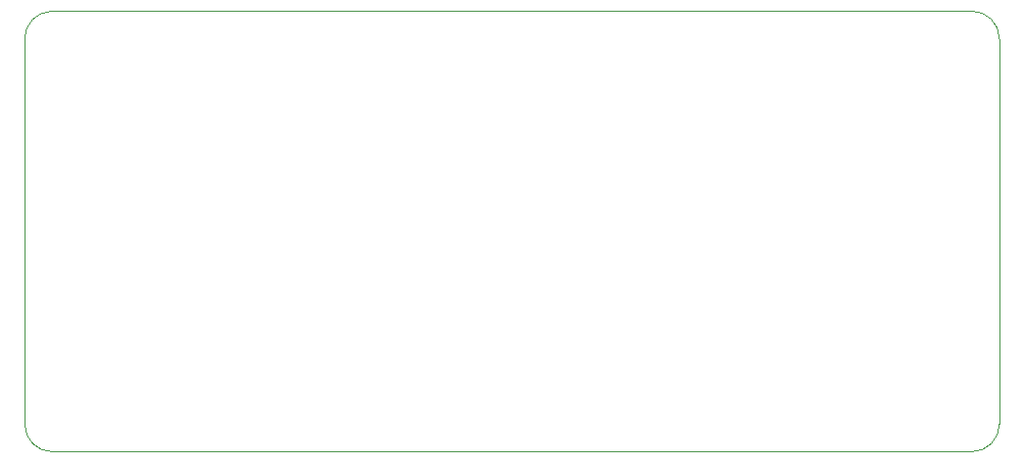
<source format=gbr>
G04 #@! TF.GenerationSoftware,KiCad,Pcbnew,(5.1.4)-1*
G04 #@! TF.CreationDate,2020-08-06T20:10:08-07:00*
G04 #@! TF.ProjectId,ai03-pcb-guide,61693033-2d70-4636-922d-67756964652e,rev?*
G04 #@! TF.SameCoordinates,Original*
G04 #@! TF.FileFunction,Profile,NP*
%FSLAX46Y46*%
G04 Gerber Fmt 4.6, Leading zero omitted, Abs format (unit mm)*
G04 Created by KiCad (PCBNEW (5.1.4)-1) date 2020-08-06 20:10:08*
%MOMM*%
%LPD*%
G04 APERTURE LIST*
%ADD10C,0.050000*%
G04 APERTURE END LIST*
D10*
X35718750Y-85725000D02*
X115093750Y-85725000D01*
X115093750Y-47625000D02*
X35718750Y-47625000D01*
X117475000Y-83343750D02*
X117475000Y-50006250D01*
X33337500Y-50006250D02*
X33337500Y-83343750D01*
X35718750Y-85725000D02*
G75*
G02X33337500Y-83343750I0J2381250D01*
G01*
X33337500Y-50006250D02*
G75*
G02X35718750Y-47625000I2381250J0D01*
G01*
X117475000Y-83343750D02*
G75*
G02X115093750Y-85725000I-2381250J0D01*
G01*
X115093750Y-47625000D02*
G75*
G02X117475000Y-50006250I0J-2381250D01*
G01*
M02*

</source>
